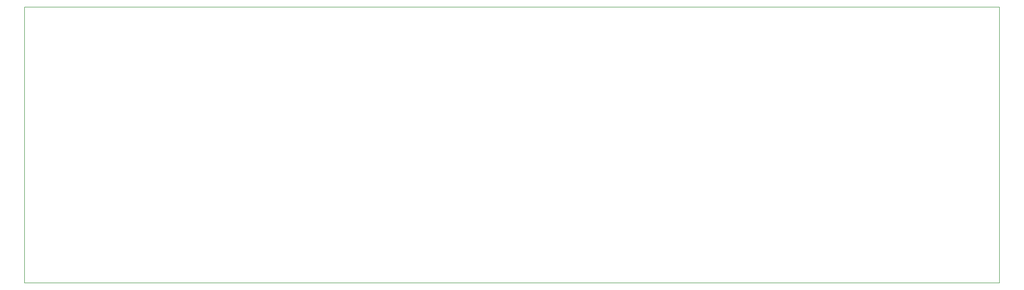
<source format=gbr>
G04 #@! TF.FileFunction,Profile,NP*
%FSLAX46Y46*%
G04 Gerber Fmt 4.6, Leading zero omitted, Abs format (unit mm)*
G04 Created by KiCad (PCBNEW 4.0.3-stable) date 09/05/16 17:50:14*
%MOMM*%
%LPD*%
G01*
G04 APERTURE LIST*
%ADD10C,0.100000*%
%ADD11C,0.150000*%
G04 APERTURE END LIST*
D10*
D11*
X43180000Y-73660000D02*
X43180000Y-168910000D01*
X379730000Y-73660000D02*
X43180000Y-73660000D01*
X379730000Y-168910000D02*
X379730000Y-73660000D01*
X43180000Y-168910000D02*
X379730000Y-168910000D01*
M02*

</source>
